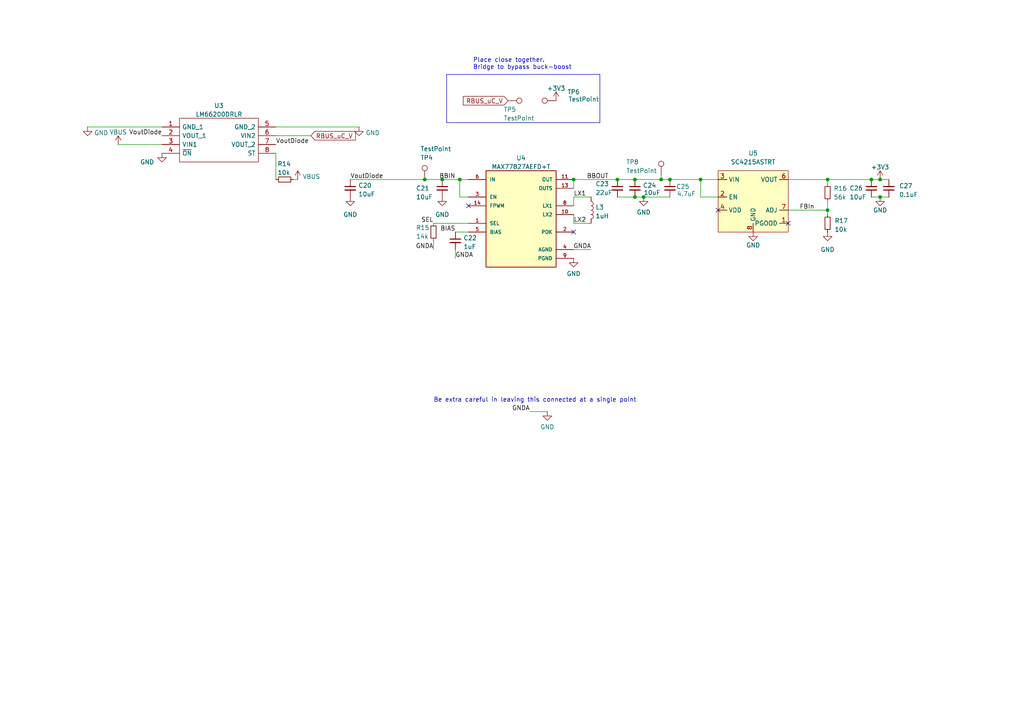
<source format=kicad_sch>
(kicad_sch (version 20250114) (generator "eeschema") (generator_version "9.0")
  (paper "A4")
  (lib_symbols
    (symbol "Connector:TestPoint" (pin_numbers (hide yes)) (pin_names (offset 0.762) (hide yes))
      (property "Reference" "TP" (at 0 6.858 0))
      (property "Value" "TestPoint" (at 0 5.08 0))
      (symbol "TestPoint_0_1"
        (circle (center 0 3.302) (radius 0.762))
      )
      (symbol "TestPoint_1_1"
        (pin passive line (at 0 0 90) (length 2.54) (name "1") (number "1"))
      )
    )
    (symbol "Device:C_Small" (pin_numbers (hide yes)) (pin_names (offset 0.254) (hide yes))
      (property "Reference" "C" (at 0.254 1.778 0))
      (property "Value" "C_Small" (at 0.254 -2.032 0))
      (symbol "C_Small_0_1"
        (polyline (pts (xy -1.524 0.508) (xy 1.524 0.508)) (stroke (width 0.3048)))
        (polyline (pts (xy -1.524 -0.508) (xy 1.524 -0.508)) (stroke (width 0.3302)))
      )
      (symbol "C_Small_1_1"
        (pin passive line (at 0 2.54 270) (length 2.032) (name "~") (number "1"))
        (pin passive line (at 0 -2.54 90) (length 2.032) (name "~") (number "2"))
      )
    )
    (symbol "Device:L" (pin_numbers (hide yes)) (pin_names (offset 1.016) (hide yes))
      (property "Reference" "L" (at -1.27 0 90))
      (property "Value" "L" (at 1.905 0 90))
      (symbol "L_0_1"
        (arc (start 0 2.54) (mid 0.6323 1.905) (end 0 1.27))
        (arc (start 0 1.27) (mid 0.6323 0.635) (end 0 0))
        (arc (start 0 0) (mid 0.6323 -0.635) (end 0 -1.27))
        (arc (start 0 -1.27) (mid 0.6323 -1.905) (end 0 -2.54))
      )
      (symbol "L_1_1"
        (pin passive line (at 0 3.81 270) (length 1.27) (name "1") (number "1"))
        (pin passive line (at 0 -3.81 90) (length 1.27) (name "2") (number "2"))
      )
    )
    (symbol "Device:R_Small" (pin_numbers (hide yes)) (pin_names (offset 0.254) (hide yes))
      (property "Reference" "R" (at 0.762 0.508 0))
      (property "Value" "R_Small" (at 0.762 -1.016 0))
      (symbol "R_Small_0_1"
        (rectangle (start -0.762 1.778) (end 0.762 -1.778) (stroke (width 0.2032)))
      )
      (symbol "R_Small_1_1"
        (pin passive line (at 0 2.54 270) (length 0.762) (name "~") (number "1"))
        (pin passive line (at 0 -2.54 90) (length 0.762) (name "~") (number "2"))
      )
    )
    (symbol "iclr:LM66200DRLR" (pin_names (offset 0.762))
      (property "Reference" "U" (at 29.21 7.62 0))
      (property "Value" "LM66200DRLR" (at 29.21 5.08 0))
      (symbol "LM66200DRLR_0_0"
        (pin passive line (at 0 0 0) (length 5.08) (name "GND_1") (number "1"))
        (pin passive line (at 0 -2.54 0) (length 5.08) (name "VOUT_1") (number "2"))
        (pin passive line (at 0 -5.08 0) (length 5.08) (name "VIN1") (number "3"))
        (pin passive line (at 0 -7.62 0) (length 5.08) (name "~{ON}") (number "4"))
        (pin passive line (at 33.02 0 180) (length 5.08) (name "GND_2") (number "5"))
        (pin passive line (at 33.02 -2.54 180) (length 5.08) (name "VIN2") (number "6"))
        (pin passive line (at 33.02 -5.08 180) (length 5.08) (name "VOUT_2") (number "7"))
        (pin passive line (at 33.02 -7.62 180) (length 5.08) (name "ST") (number "8"))
      )
      (symbol "LM66200DRLR_0_1"
        (polyline (pts (xy 5.08 2.54) (xy 27.94 2.54) (xy 27.94 -10.16) (xy 5.08 -10.16) (xy 5.08 2.54)) (stroke (width 0.1524)))
      )
    )
    (symbol "iclr:MAX77827AEFD+T" (pin_names (offset 1.016))
      (property "Reference" "U?" (at -10.16 13.208 0))
      (property "Value" "MAX77827AEFD+T" (at -10.16 -17.78 0))
      (symbol "MAX77827AEFD+T_0_0"
        (rectangle (start -10.16 -15.24) (end 10.16 12.7) (stroke (width 0.254)) (fill (type background)))
        (pin input line (at -15.24 10.16 0) (length 5.08) (name "IN") (number "6"))
        (pin input line (at -15.24 5.08 0) (length 5.08) (name "EN") (number "3"))
        (pin input line (at -15.24 2.54 0) (length 5.08) (name "FPWM") (number "14"))
        (pin passive line (at -15.24 -2.54 0) (length 5.08) (name "SEL") (number "1"))
        (pin passive line (at -15.24 -5.08 0) (length 5.08) (name "BIAS") (number "5"))
        (pin output line (at 15.24 10.16 180) (length 5.08) (name "OUT") (number "11"))
        (pin input line (at 15.24 7.62 180) (length 5.08) (name "OUTS") (number "13"))
        (pin passive line (at 15.24 2.54 180) (length 5.08) (name "LX1") (number "8"))
        (pin passive line (at 15.24 0 180) (length 5.08) (name "LX2") (number "10"))
        (pin output line (at 15.24 -5.08 180) (length 5.08) (name "POK") (number "2"))
        (pin power_in line (at 15.24 -10.16 180) (length 5.08) (name "AGND") (number "4"))
        (pin power_in line (at 15.24 -12.7 180) (length 5.08) (name "PGND") (number "9"))
      )
    )
    (symbol "iclr:SC4215ASTRT"
      (property "Reference" "U5" (at 0 4.8428 0))
      (property "Value" "SC4215" (at 0 2.3059 0))
      (symbol "SC4215ASTRT_1_1"
        (rectangle (start -10.16 1.27) (end 10.16 -16.51) (fill (type background)))
        (pin power_in line (at -10.16 -1.27 0) (length 2.54) (name "VIN") (number "3"))
        (pin input line (at -10.16 -6.35 0) (length 2.54) (name "EN") (number "2"))
        (pin input line (at -10.16 -10.16 0) (length 2.54) (name "VDD") (number "4"))
        (pin no_connect line (at -10.16 -15.24 0) (length 2.54) (hide yes) (name "NC") (number "5"))
        (pin power_out line (at 0 -16.51 90) (length 2.54) (name "GND") (number "8"))
        (pin power_out line (at 0 -16.51 90) (length 2.54) (hide yes) (name "GND") (number "9"))
        (pin power_out line (at 10.16 -1.27 180) (length 2.54) (name "VOUT") (number "6"))
        (pin input line (at 10.16 -10.16 180) (length 2.54) (name "ADJ") (number "7"))
        (pin output line (at 10.16 -13.97 180) (length 2.54) (name "PGOOD") (number "1"))
      )
    )
    (symbol "power:+3.3V" (power) (pin_numbers (hide yes)) (pin_names (offset 0) (hide yes))
      (property "Value" "+3.3V" (at 0 3.556 0))
      (symbol "+3.3V_0_1"
        (polyline (pts (xy -0.762 1.27) (xy 0 2.54)))
        (polyline (pts (xy 0 2.54) (xy 0.762 1.27)))
        (polyline (pts (xy 0 0) (xy 0 2.54)))
      )
      (symbol "+3.3V_1_1"
        (pin power_in line (at 0 0 90) (length 0) (name "~") (number "1"))
      )
    )
    (symbol "power:GND" (power) (pin_numbers (hide yes)) (pin_names (offset 0) (hide yes))
      (property "Value" "GND" (at 0 -3.81 0))
      (symbol "GND_0_1"
        (polyline (pts (xy 0 0) (xy 0 -1.27) (xy 1.27 -1.27) (xy 0 -2.54) (xy -1.27 -1.27) (xy 0 -1.27)))
      )
      (symbol "GND_1_1"
        (pin power_in line (at 0 0 270) (length 0) (name "~") (number "1"))
      )
    )
    (symbol "power:VBUS" (power) (pin_numbers (hide yes)) (pin_names (offset 0) (hide yes))
      (property "Value" "VBUS" (at 0 3.556 0))
      (symbol "VBUS_0_1"
        (polyline (pts (xy -0.762 1.27) (xy 0 2.54)))
        (polyline (pts (xy 0 2.54) (xy 0.762 1.27)))
        (polyline (pts (xy 0 0) (xy 0 2.54)))
      )
      (symbol "VBUS_1_1"
        (pin power_in line (at 0 0 90) (length 0) (name "~") (number "1"))
      )
    )
  )
  (text "Place close together.\nBridge to bypass buck-boost\n" (at 137.16 20.32 0) (effects (font (size 1.27 1.27)) (justify left bottom)))
  (text "Be extra careful in leaving this connected at a single point\n" (at 125.73 116.84 0) (effects (font (size 1.27 1.27)) (justify left bottom)))
  (junction (at 184.15 52.07))
  (junction (at 240.03 52.07))
  (junction (at 255.27 52.07))
  (junction (at 191.77 52.07))
  (junction (at 186.69 57.15))
  (junction (at 128.27 52.07))
  (junction (at 252.73 52.07))
  (junction (at 194.31 52.07))
  (junction (at 255.27 57.15))
  (junction (at 203.2 52.07))
  (junction (at 166.37 52.07))
  (junction (at 123.19 52.07))
  (junction (at 240.03 60.96))
  (junction (at 133.35 52.07))
  (junction (at 179.07 52.07))
  (junction (at 184.15 57.15))
  (no_connect (at 166.37 67.31))
  (no_connect (at 135.89 59.69))
  (no_connect (at 208.28 60.96))
  (no_connect (at 228.6 64.77))
  (wire (pts (xy 80.01 52.07) (xy 80.01 44.45)))
  (polyline (pts (xy 129.54 21.59) (xy 129.54 35.56)))
  (wire (pts (xy 133.35 57.15) (xy 135.89 57.15)))
  (wire (pts (xy 104.14 36.83) (xy 80.01 36.83)))
  (wire (pts (xy 166.37 52.07) (xy 179.07 52.07)))
  (wire (pts (xy 179.07 52.07) (xy 184.15 52.07)))
  (wire (pts (xy 240.03 52.07) (xy 240.03 53.34)))
  (wire (pts (xy 166.37 57.15) (xy 171.45 57.15)))
  (wire (pts (xy 179.07 57.15) (xy 184.15 57.15)))
  (wire (pts (xy 228.6 52.07) (xy 240.03 52.07)))
  (wire (pts (xy 166.37 64.77) (xy 166.37 62.23)))
  (wire (pts (xy 194.31 52.07) (xy 203.2 52.07)))
  (wire (pts (xy 125.73 64.77) (xy 135.89 64.77)))
  (wire (pts (xy 166.37 72.39) (xy 171.45 72.39)))
  (wire (pts (xy 191.77 52.07) (xy 194.31 52.07)))
  (wire (pts (xy 240.03 58.42) (xy 240.03 60.96)))
  (wire (pts (xy 166.37 59.69) (xy 166.37 57.15)))
  (wire (pts (xy 191.77 50.8) (xy 191.77 52.07)))
  (wire (pts (xy 184.15 52.07) (xy 191.77 52.07)))
  (wire (pts (xy 252.73 57.15) (xy 255.27 57.15)))
  (wire (pts (xy 133.35 52.07) (xy 133.35 57.15)))
  (wire (pts (xy 123.19 52.07) (xy 128.27 52.07)))
  (wire (pts (xy 186.69 57.15) (xy 194.31 57.15)))
  (wire (pts (xy 125.73 72.39) (xy 125.73 69.85)))
  (wire (pts (xy 208.28 57.15) (xy 203.2 57.15)))
  (wire (pts (xy 228.6 60.96) (xy 240.03 60.96)))
  (wire (pts (xy 171.45 64.77) (xy 166.37 64.77)))
  (wire (pts (xy 255.27 57.15) (xy 257.81 57.15)))
  (wire (pts (xy 25.4 36.83) (xy 46.99 36.83)))
  (wire (pts (xy 34.29 41.91) (xy 46.99 41.91)))
  (wire (pts (xy 101.6 52.07) (xy 123.19 52.07)))
  (wire (pts (xy 186.69 57.15) (xy 184.15 57.15)))
  (polyline (pts (xy 173.99 35.56) (xy 129.54 35.56)))
  (polyline (pts (xy 173.99 21.59) (xy 173.99 35.56)))
  (wire (pts (xy 153.67 119.38) (xy 158.75 119.38)))
  (wire (pts (xy 128.27 52.07) (xy 133.35 52.07)))
  (wire (pts (xy 86.36 52.07) (xy 85.09 52.07)))
  (polyline (pts (xy 129.54 21.59) (xy 173.99 21.59)))
  (wire (pts (xy 166.37 54.61) (xy 166.37 52.07)))
  (wire (pts (xy 132.08 67.31) (xy 135.89 67.31)))
  (wire (pts (xy 255.27 52.07) (xy 252.73 52.07)))
  (wire (pts (xy 133.35 52.07) (xy 135.89 52.07)))
  (wire (pts (xy 255.27 52.07) (xy 257.81 52.07)))
  (wire (pts (xy 90.17 39.37) (xy 80.01 39.37)))
  (wire (pts (xy 240.03 60.96) (xy 240.03 62.23)))
  (wire (pts (xy 203.2 57.15) (xy 203.2 52.07)))
  (wire (pts (xy 203.2 52.07) (xy 208.28 52.07)))
  (wire (pts (xy 240.03 52.07) (xy 252.73 52.07)))
  (wire (pts (xy 132.08 74.93) (xy 132.08 72.39)))
  (label "VoutDiode" (at 80.01 41.91 0))
  (label "GNDA" (at 132.08 74.93 0))
  (label "VoutDiode" (at 46.99 39.37 180))
  (label "FBIn" (at 236.22 60.96 180))
  (label "BIAS" (at 132.08 67.31 180))
  (label "LX2" (at 166.37 64.77 0))
  (label "GNDA" (at 153.67 119.38 180))
  (label "GNDA" (at 125.73 72.39 180))
  (label "SEL" (at 125.73 64.77 180))
  (label "VoutDiode" (at 101.6 52.07 0))
  (label "GNDA" (at 171.45 72.39 180))
  (label "BBOUT" (at 170.18 52.07 0))
  (label "LX1" (at 166.37 57.15 0))
  (label "BBIN" (at 132.08 52.07 180))
  (global_label "RBUS_uC_V" (shape input) (at 147.32 29.21 180) (property "Intersheetrefs" "${INTERSHEET_REFS}" (effects (hide yes))))
  (global_label "RBUS_uC_V" (shape input) (at 90.17 39.37 0) (property "Intersheetrefs" "${INTERSHEET_REFS}" (effects (hide yes))))
  (symbol (lib_id "power:+3.3V") (at 161.29 29.21 0) (unit 1)
    (property "Reference" "#PWR043" (effects (hide yes)))
    (property "Value" "+3V3" (at 161.29 25.6342 0))
    (property "Description" "Power symbol creates a global label with name \"+3.3V\"" (effects (hide yes)))
  )
  (symbol (lib_id "iclr:LM66200DRLR") (at 46.99 36.83 0) (unit 1)
    (property "Reference" "U3" (at 63.5 30.641 0))
    (property "Value" "LM66200DRLR" (at 63.5 33.1779 0))
    (property "Footprint" "iclr:SOTFL50P160X60-8N" (effects (hide yes)))
    (property "Datasheet" "https://www.ti.com/lit/gpn/lm66200" (effects (hide yes)))
    (property "Description" "1.6-V to 5.5-V, 40-m, 2.5-A, low-IQ, dual ideal diode" (effects (hide yes)))
    (property "Height" "0.6" (effects (hide yes)))
    (property "Manufacturer_Name" "Texas Instruments" (effects (hide yes)))
    (property "Manufacturer_Part_Number" "LM66200DRLR" (effects (hide yes)))
    (property "Mouser Part Number" "595-LM66200DRLR" (effects (hide yes)))
    (property "Mouser Price/Stock" "https://www.mouser.co.uk/ProductDetail/Texas-Instruments/LM66200DRLR?qs=Rp5uXu7WBW90hnpZAkIOdQ%3D%3D" (effects (hide yes)))
    (property "Arrow Part Number" "LM66200DRLR" (effects (hide yes)))
    (property "Arrow Price/Stock" "https://www.arrow.com/en/products/lm66200drlr/texas-instruments?region=nac" (effects (hide yes)))
  )
  (symbol (lib_id "Connector:TestPoint") (at 191.77 50.8 0) (unit 1)
    (property "Reference" "TP8" (at 181.61 46.99 0) (effects (justify left)))
    (property "Value" "TestPoint" (at 181.61 49.5269 0) (effects (justify left)))
    (property "Footprint" "TestPoint:TestPoint_Pad_D1.5mm" (effects (hide yes)))
    (property "Description" "test point" (effects (hide yes)))
  )
  (symbol (lib_id "Device:R_Small") (at 125.73 67.31 0) (unit 1)
    (property "Reference" "R15" (at 120.65 66.04 0) (effects (justify left)))
    (property "Value" "14k" (at 120.65 68.5769 0) (effects (justify left)))
    (property "Footprint" "Resistor_SMD:R_0402_1005Metric" (effects (hide yes)))
    (property "Description" "Resistor, small symbol" (effects (hide yes)))
  )
  (symbol (lib_id "Device:C_Small") (at 257.81 54.61 180) (unit 1)
    (property "Reference" "C27" (at 260.7683 53.9154 0) (effects (justify right)))
    (property "Value" "0.1uF" (at 260.7683 56.4554 0) (effects (justify right)))
    (property "Footprint" "Capacitor_SMD:C_0402_1005Metric" (effects (hide yes)))
    (property "Description" "Unpolarized capacitor, small symbol" (effects (hide yes)))
  )
  (symbol (lib_id "Connector:TestPoint") (at 147.32 29.21 270) (unit 1)
    (property "Reference" "TP5" (at 146.05 31.75 90) (effects (justify left)))
    (property "Value" "TestPoint" (at 146.05 34.2869 90) (effects (justify left)))
    (property "Footprint" "TestPoint:TestPoint_Pad_D1.5mm" (effects (hide yes)))
    (property "Description" "test point" (effects (hide yes)))
  )
  (symbol (lib_id "Device:C_Small") (at 184.15 54.61 0) (unit 1)
    (property "Reference" "C24" (at 186.4741 53.7816 0) (effects (justify left)))
    (property "Value" "10uF" (at 186.69 55.88 0) (effects (justify left)))
    (property "Footprint" "Capacitor_SMD:C_0402_1005Metric" (effects (hide yes)))
    (property "Description" "Unpolarized capacitor, small symbol" (effects (hide yes)))
  )
  (symbol (lib_id "power:VBUS") (at 34.29 41.91 0) (unit 1)
    (property "Reference" "#PWR036" (effects (hide yes)))
    (property "Value" "VBUS" (at 34.29 38.3342 0))
    (property "Description" "Power symbol creates a global label with name \"VBUS\"" (effects (hide yes)))
  )
  (symbol (lib_id "Device:L") (at 171.45 60.96 0) (unit 1)
    (property "Reference" "L3" (at 172.72 60.1253 0) (effects (justify left)))
    (property "Value" "1uH" (at 172.72 62.6622 0) (effects (justify left)))
    (property "Footprint" "Inductor_SMD:L_0805_2012Metric" (effects (hide yes)))
    (property "Description" "Inductor" (effects (hide yes)))
  )
  (symbol (lib_id "Device:R_Small") (at 82.55 52.07 270) (unit 1)
    (property "Reference" "R14" (at 80.4811 47.5279 90) (effects (justify left)))
    (property "Value" "10k" (at 80.4811 50.0679 90) (effects (justify left)))
    (property "Footprint" "Resistor_SMD:R_0402_1005Metric" (effects (hide yes)))
    (property "Description" "Resistor, small symbol" (effects (hide yes)))
  )
  (symbol (lib_id "Connector:TestPoint") (at 123.19 52.07 0) (unit 1)
    (property "Reference" "TP4" (at 121.92 45.72 0) (effects (justify left)))
    (property "Value" "TestPoint" (at 121.92 43.1831 0) (effects (justify left)))
    (property "Footprint" "TestPoint:TestPoint_Pad_D1.5mm" (effects (hide yes)))
    (property "Description" "test point" (effects (hide yes)))
  )
  (symbol (lib_id "Device:R_Small") (at 240.03 64.77 0) (unit 1)
    (property "Reference" "R17" (at 242.044 64.0197 0) (effects (justify left)))
    (property "Value" "10k" (at 242.044 66.5597 0) (effects (justify left)))
    (property "Footprint" "Resistor_SMD:R_0402_1005Metric" (effects (hide yes)))
    (property "Description" "Resistor, small symbol" (effects (hide yes)))
  )
  (symbol (lib_id "power:GND") (at 186.69 57.15 0) (unit 1)
    (property "Reference" "#PWR045" (effects (hide yes)))
    (property "Value" "GND" (at 186.69 61.5934 0))
    (property "Description" "Power symbol creates a global label with name \"GND\" , ground" (effects (hide yes)))
  )
  (symbol (lib_id "Device:C_Small") (at 128.27 54.61 0) (unit 1)
    (property "Reference" "C21" (at 120.65 54.61 0) (effects (justify left)))
    (property "Value" "10uF" (at 120.65 57.1469 0) (effects (justify left)))
    (property "Footprint" "Capacitor_SMD:C_0603_1608Metric" (effects (hide yes)))
    (property "Description" "Unpolarized capacitor, small symbol" (effects (hide yes)))
  )
  (symbol (lib_id "power:GND") (at 101.6 57.15 0) (unit 1)
    (property "Reference" "#PWR039" (effects (hide yes)))
    (property "Value" "GND" (at 101.6 62.23 0))
    (property "Description" "Power symbol creates a global label with name \"GND\" , ground" (effects (hide yes)))
  )
  (symbol (lib_id "power:+3.3V") (at 255.27 52.07 0) (unit 1)
    (property "Reference" "#PWR049" (effects (hide yes)))
    (property "Value" "+3V3" (at 255.27 48.4942 0))
    (property "Description" "Power symbol creates a global label with name \"+3.3V\"" (effects (hide yes)))
  )
  (symbol (lib_id "power:GND") (at 255.27 57.15 0) (unit 1)
    (property "Reference" "#PWR050" (effects (hide yes)))
    (property "Value" "GND" (at 255.27 60.96 0))
    (property "Description" "Power symbol creates a global label with name \"GND\" , ground" (effects (hide yes)))
  )
  (symbol (lib_id "power:GND") (at 218.44 67.31 0) (unit 1)
    (property "Reference" "#PWR047" (effects (hide yes)))
    (property "Value" "GND" (at 218.44 71.12 0))
    (property "Description" "Power symbol creates a global label with name \"GND\" , ground" (effects (hide yes)))
  )
  (symbol (lib_id "Device:C_Small") (at 252.73 54.61 180) (unit 1)
    (property "Reference" "C26" (at 246.38 54.61 0) (effects (justify right)))
    (property "Value" "10uF" (at 246.38 57.15 0) (effects (justify right)))
    (property "Footprint" "Capacitor_SMD:C_0402_1005Metric" (effects (hide yes)))
    (property "Description" "Unpolarized capacitor, small symbol" (effects (hide yes)))
  )
  (symbol (lib_id "power:GND") (at 128.27 57.15 0) (unit 1)
    (property "Reference" "#PWR041" (effects (hide yes)))
    (property "Value" "GND" (at 128.27 62.23 0))
    (property "Description" "Power symbol creates a global label with name \"GND\" , ground" (effects (hide yes)))
  )
  (symbol (lib_id "Connector:TestPoint") (at 161.29 29.21 90) (unit 1)
    (property "Reference" "TP6" (at 166.37 26.67 90))
    (property "Value" "TestPoint" (at 169.291 28.7716 90))
    (property "Footprint" "TestPoint:TestPoint_Pad_D1.5mm" (effects (hide yes)))
    (property "Description" "test point" (effects (hide yes)))
  )
  (symbol (lib_id "iclr:SC4215ASTRT") (at 218.44 50.8 0) (unit 1)
    (property "Reference" "U5" (at 218.44 44.45 0))
    (property "Value" "SC4215ASTRT" (at 218.44 46.99 0))
    (property "Footprint" "iclr:SOIC127P599X175-9N" (effects (hide yes)))
  )
  (symbol (lib_id "Device:C_Small") (at 101.6 54.61 0) (unit 1)
    (property "Reference" "C20" (at 103.9241 53.7816 0) (effects (justify left)))
    (property "Value" "10uF" (at 103.9241 56.3185 0) (effects (justify left)))
    (property "Footprint" "Capacitor_SMD:C_0402_1005Metric" (effects (hide yes)))
    (property "Description" "Unpolarized capacitor, small symbol" (effects (hide yes)))
  )
  (symbol (lib_id "iclr:MAX77827AEFD+T") (at 151.13 62.23 0) (unit 1)
    (property "Reference" "U4" (at 151.13 45.8302 0))
    (property "Value" "MAX77827AEFD+T" (at 151.13 48.3671 0))
    (property "Footprint" "iclr:CONV_MAX77827AEFD+T" (effects (hide yes)))
    (property "MANUFACTURER" "Maxim Integrated" (effects (hide yes)))
    (property "MAXIMUM_PACKAGE_HEIGHT" "0.6mm" (effects (hide yes)))
    (property "PARTREV" "B" (effects (hide yes)))
    (property "STANDARD" "Manufacturer Recommended" (effects (hide yes)))
  )
  (symbol (lib_id "power:VBUS") (at 86.36 52.07 0) (unit 1)
    (property "Reference" "#PWR038" (effects (hide yes)))
    (property "Value" "VBUS" (at 87.757 51.2338 0) (effects (justify left)))
    (property "Description" "Power symbol creates a global label with name \"VBUS\"" (effects (hide yes)))
  )
  (symbol (lib_id "power:GND") (at 240.03 67.31 0) (unit 1)
    (property "Reference" "#PWR048" (effects (hide yes)))
    (property "Value" "GND" (at 240.03 72.39 0))
    (property "Description" "Power symbol creates a global label with name \"GND\" , ground" (effects (hide yes)))
  )
  (symbol (lib_id "power:GND") (at 166.37 74.93 0) (unit 1)
    (property "Reference" "#PWR044" (effects (hide yes)))
    (property "Value" "GND" (at 166.37 79.3734 0))
    (property "Description" "Power symbol creates a global label with name \"GND\" , ground" (effects (hide yes)))
  )
  (symbol (lib_id "power:GND") (at 25.4 36.83 0) (unit 1)
    (property "Reference" "#PWR035" (effects (hide yes)))
    (property "Value" "GND" (at 27.305 38.5338 0) (effects (justify left)))
    (property "Description" "Power symbol creates a global label with name \"GND\" , ground" (effects (hide yes)))
  )
  (symbol (lib_id "Device:C_Small") (at 194.31 54.61 0) (unit 1)
    (property "Reference" "C25" (at 196.0936 54.1168 0) (effects (justify left)))
    (property "Value" "4.7uF" (at 196.3095 56.2152 0) (effects (justify left)))
    (property "Footprint" "Capacitor_SMD:C_0402_1005Metric" (effects (hide yes)))
    (property "Description" "Unpolarized capacitor, small symbol" (effects (hide yes)))
  )
  (symbol (lib_id "Device:C_Small") (at 179.07 54.61 0) (unit 1)
    (property "Reference" "C23" (at 172.72 53.3431 0) (effects (justify left)))
    (property "Value" "22uF" (at 172.72 55.88 0) (effects (justify left)))
    (property "Footprint" "Capacitor_SMD:C_0603_1608Metric" (effects (hide yes)))
    (property "Description" "Unpolarized capacitor, small symbol" (effects (hide yes)))
  )
  (symbol (lib_id "power:GND") (at 46.99 44.45 0) (unit 1)
    (property "Reference" "#PWR037" (effects (hide yes)))
    (property "Value" "GND" (at 40.64 46.99 0) (effects (justify left)))
    (property "Description" "Power symbol creates a global label with name \"GND\" , ground" (effects (hide yes)))
  )
  (symbol (lib_id "Device:R_Small") (at 240.03 55.88 0) (unit 1)
    (property "Reference" "R16" (at 241.7867 54.6505 0) (effects (justify left)))
    (property "Value" "56k" (at 241.7867 57.1905 0) (effects (justify left)))
    (property "Footprint" "Resistor_SMD:R_0402_1005Metric" (effects (hide yes)))
    (property "Description" "Resistor, small symbol" (effects (hide yes)))
  )
  (symbol (lib_id "power:GND") (at 104.14 36.83 0) (unit 1)
    (property "Reference" "#PWR040" (effects (hide yes)))
    (property "Value" "GND" (at 106.045 38.5338 0) (effects (justify left)))
    (property "Description" "Power symbol creates a global label with name \"GND\" , ground" (effects (hide yes)))
  )
  (symbol (lib_id "Device:C_Small") (at 132.08 69.85 0) (unit 1)
    (property "Reference" "C22" (at 134.4041 69.0216 0) (effects (justify left)))
    (property "Value" "1uF" (at 134.4041 71.5585 0) (effects (justify left)))
    (property "Footprint" "Capacitor_SMD:C_0402_1005Metric" (effects (hide yes)))
    (property "Description" "Unpolarized capacitor, small symbol" (effects (hide yes)))
  )
  (symbol (lib_id "power:GND") (at 158.75 119.38 0) (unit 1)
    (property "Reference" "#PWR042" (effects (hide yes)))
    (property "Value" "GND" (at 158.75 123.8234 0))
    (property "Description" "Power symbol creates a global label with name \"GND\" , ground" (effects (hide yes)))
  )
)
</source>
